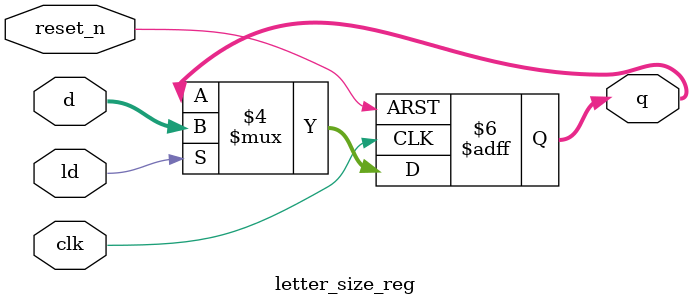
<source format=v>

module letter_size_reg(d, clk, reset_n, ld, q);

  //input           clk, reset_n, en, ld;
  input           clk, reset_n, ld; //TODO: Don't need enable signal for this register anymore, right?
  input   [2:0]   d;
  output reg [2:0]   q;

  always @ (posedge clk or negedge reset_n)
  begin

    if (!reset_n)
      q = 3'b000;
    else if (ld)
      q = d;

  end

endmodule

</source>
